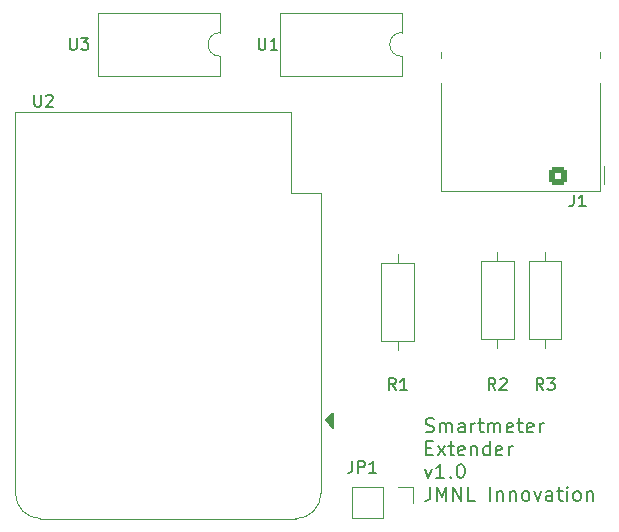
<source format=gto>
G04 #@! TF.GenerationSoftware,KiCad,Pcbnew,8.0.5*
G04 #@! TF.CreationDate,2025-01-11T16:28:32+01:00*
G04 #@! TF.ProjectId,P1_Extender,50315f45-7874-4656-9e64-65722e6b6963,rev?*
G04 #@! TF.SameCoordinates,Original*
G04 #@! TF.FileFunction,Legend,Top*
G04 #@! TF.FilePolarity,Positive*
%FSLAX46Y46*%
G04 Gerber Fmt 4.6, Leading zero omitted, Abs format (unit mm)*
G04 Created by KiCad (PCBNEW 8.0.5) date 2025-01-11 16:28:32*
%MOMM*%
%LPD*%
G01*
G04 APERTURE LIST*
G04 Aperture macros list*
%AMRoundRect*
0 Rectangle with rounded corners*
0 $1 Rounding radius*
0 $2 $3 $4 $5 $6 $7 $8 $9 X,Y pos of 4 corners*
0 Add a 4 corners polygon primitive as box body*
4,1,4,$2,$3,$4,$5,$6,$7,$8,$9,$2,$3,0*
0 Add four circle primitives for the rounded corners*
1,1,$1+$1,$2,$3*
1,1,$1+$1,$4,$5*
1,1,$1+$1,$6,$7*
1,1,$1+$1,$8,$9*
0 Add four rect primitives between the rounded corners*
20,1,$1+$1,$2,$3,$4,$5,0*
20,1,$1+$1,$4,$5,$6,$7,0*
20,1,$1+$1,$6,$7,$8,$9,0*
20,1,$1+$1,$8,$9,$2,$3,0*%
G04 Aperture macros list end*
%ADD10C,0.200000*%
%ADD11C,0.150000*%
%ADD12C,0.120000*%
%ADD13C,1.600000*%
%ADD14O,1.600000X1.600000*%
%ADD15R,1.600000X1.600000*%
%ADD16R,2.000000X2.000000*%
%ADD17O,2.000000X1.600000*%
%ADD18C,3.250000*%
%ADD19RoundRect,0.250000X0.510000X0.510000X-0.510000X0.510000X-0.510000X-0.510000X0.510000X-0.510000X0*%
%ADD20C,1.520000*%
%ADD21R,1.700000X1.700000*%
%ADD22O,1.700000X1.700000*%
G04 APERTURE END LIST*
D10*
X149360149Y-110989801D02*
X149531578Y-111046943D01*
X149531578Y-111046943D02*
X149817292Y-111046943D01*
X149817292Y-111046943D02*
X149931578Y-110989801D01*
X149931578Y-110989801D02*
X149988720Y-110932658D01*
X149988720Y-110932658D02*
X150045863Y-110818372D01*
X150045863Y-110818372D02*
X150045863Y-110704086D01*
X150045863Y-110704086D02*
X149988720Y-110589801D01*
X149988720Y-110589801D02*
X149931578Y-110532658D01*
X149931578Y-110532658D02*
X149817292Y-110475515D01*
X149817292Y-110475515D02*
X149588720Y-110418372D01*
X149588720Y-110418372D02*
X149474435Y-110361229D01*
X149474435Y-110361229D02*
X149417292Y-110304086D01*
X149417292Y-110304086D02*
X149360149Y-110189801D01*
X149360149Y-110189801D02*
X149360149Y-110075515D01*
X149360149Y-110075515D02*
X149417292Y-109961229D01*
X149417292Y-109961229D02*
X149474435Y-109904086D01*
X149474435Y-109904086D02*
X149588720Y-109846943D01*
X149588720Y-109846943D02*
X149874435Y-109846943D01*
X149874435Y-109846943D02*
X150045863Y-109904086D01*
X150560149Y-111046943D02*
X150560149Y-110246943D01*
X150560149Y-110361229D02*
X150617292Y-110304086D01*
X150617292Y-110304086D02*
X150731577Y-110246943D01*
X150731577Y-110246943D02*
X150903006Y-110246943D01*
X150903006Y-110246943D02*
X151017292Y-110304086D01*
X151017292Y-110304086D02*
X151074435Y-110418372D01*
X151074435Y-110418372D02*
X151074435Y-111046943D01*
X151074435Y-110418372D02*
X151131577Y-110304086D01*
X151131577Y-110304086D02*
X151245863Y-110246943D01*
X151245863Y-110246943D02*
X151417292Y-110246943D01*
X151417292Y-110246943D02*
X151531577Y-110304086D01*
X151531577Y-110304086D02*
X151588720Y-110418372D01*
X151588720Y-110418372D02*
X151588720Y-111046943D01*
X152674435Y-111046943D02*
X152674435Y-110418372D01*
X152674435Y-110418372D02*
X152617292Y-110304086D01*
X152617292Y-110304086D02*
X152503006Y-110246943D01*
X152503006Y-110246943D02*
X152274435Y-110246943D01*
X152274435Y-110246943D02*
X152160149Y-110304086D01*
X152674435Y-110989801D02*
X152560149Y-111046943D01*
X152560149Y-111046943D02*
X152274435Y-111046943D01*
X152274435Y-111046943D02*
X152160149Y-110989801D01*
X152160149Y-110989801D02*
X152103006Y-110875515D01*
X152103006Y-110875515D02*
X152103006Y-110761229D01*
X152103006Y-110761229D02*
X152160149Y-110646943D01*
X152160149Y-110646943D02*
X152274435Y-110589801D01*
X152274435Y-110589801D02*
X152560149Y-110589801D01*
X152560149Y-110589801D02*
X152674435Y-110532658D01*
X153245863Y-111046943D02*
X153245863Y-110246943D01*
X153245863Y-110475515D02*
X153303006Y-110361229D01*
X153303006Y-110361229D02*
X153360149Y-110304086D01*
X153360149Y-110304086D02*
X153474434Y-110246943D01*
X153474434Y-110246943D02*
X153588720Y-110246943D01*
X153817291Y-110246943D02*
X154274434Y-110246943D01*
X153988720Y-109846943D02*
X153988720Y-110875515D01*
X153988720Y-110875515D02*
X154045863Y-110989801D01*
X154045863Y-110989801D02*
X154160148Y-111046943D01*
X154160148Y-111046943D02*
X154274434Y-111046943D01*
X154674434Y-111046943D02*
X154674434Y-110246943D01*
X154674434Y-110361229D02*
X154731577Y-110304086D01*
X154731577Y-110304086D02*
X154845862Y-110246943D01*
X154845862Y-110246943D02*
X155017291Y-110246943D01*
X155017291Y-110246943D02*
X155131577Y-110304086D01*
X155131577Y-110304086D02*
X155188720Y-110418372D01*
X155188720Y-110418372D02*
X155188720Y-111046943D01*
X155188720Y-110418372D02*
X155245862Y-110304086D01*
X155245862Y-110304086D02*
X155360148Y-110246943D01*
X155360148Y-110246943D02*
X155531577Y-110246943D01*
X155531577Y-110246943D02*
X155645862Y-110304086D01*
X155645862Y-110304086D02*
X155703005Y-110418372D01*
X155703005Y-110418372D02*
X155703005Y-111046943D01*
X156731577Y-110989801D02*
X156617291Y-111046943D01*
X156617291Y-111046943D02*
X156388720Y-111046943D01*
X156388720Y-111046943D02*
X156274434Y-110989801D01*
X156274434Y-110989801D02*
X156217291Y-110875515D01*
X156217291Y-110875515D02*
X156217291Y-110418372D01*
X156217291Y-110418372D02*
X156274434Y-110304086D01*
X156274434Y-110304086D02*
X156388720Y-110246943D01*
X156388720Y-110246943D02*
X156617291Y-110246943D01*
X156617291Y-110246943D02*
X156731577Y-110304086D01*
X156731577Y-110304086D02*
X156788720Y-110418372D01*
X156788720Y-110418372D02*
X156788720Y-110532658D01*
X156788720Y-110532658D02*
X156217291Y-110646943D01*
X157131576Y-110246943D02*
X157588719Y-110246943D01*
X157303005Y-109846943D02*
X157303005Y-110875515D01*
X157303005Y-110875515D02*
X157360148Y-110989801D01*
X157360148Y-110989801D02*
X157474433Y-111046943D01*
X157474433Y-111046943D02*
X157588719Y-111046943D01*
X158445862Y-110989801D02*
X158331576Y-111046943D01*
X158331576Y-111046943D02*
X158103005Y-111046943D01*
X158103005Y-111046943D02*
X157988719Y-110989801D01*
X157988719Y-110989801D02*
X157931576Y-110875515D01*
X157931576Y-110875515D02*
X157931576Y-110418372D01*
X157931576Y-110418372D02*
X157988719Y-110304086D01*
X157988719Y-110304086D02*
X158103005Y-110246943D01*
X158103005Y-110246943D02*
X158331576Y-110246943D01*
X158331576Y-110246943D02*
X158445862Y-110304086D01*
X158445862Y-110304086D02*
X158503005Y-110418372D01*
X158503005Y-110418372D02*
X158503005Y-110532658D01*
X158503005Y-110532658D02*
X157931576Y-110646943D01*
X159017290Y-111046943D02*
X159017290Y-110246943D01*
X159017290Y-110475515D02*
X159074433Y-110361229D01*
X159074433Y-110361229D02*
X159131576Y-110304086D01*
X159131576Y-110304086D02*
X159245861Y-110246943D01*
X159245861Y-110246943D02*
X159360147Y-110246943D01*
X149417292Y-112350305D02*
X149817292Y-112350305D01*
X149988720Y-112978876D02*
X149417292Y-112978876D01*
X149417292Y-112978876D02*
X149417292Y-111778876D01*
X149417292Y-111778876D02*
X149988720Y-111778876D01*
X150388720Y-112978876D02*
X151017292Y-112178876D01*
X150388720Y-112178876D02*
X151017292Y-112978876D01*
X151303006Y-112178876D02*
X151760149Y-112178876D01*
X151474435Y-111778876D02*
X151474435Y-112807448D01*
X151474435Y-112807448D02*
X151531578Y-112921734D01*
X151531578Y-112921734D02*
X151645863Y-112978876D01*
X151645863Y-112978876D02*
X151760149Y-112978876D01*
X152617292Y-112921734D02*
X152503006Y-112978876D01*
X152503006Y-112978876D02*
X152274435Y-112978876D01*
X152274435Y-112978876D02*
X152160149Y-112921734D01*
X152160149Y-112921734D02*
X152103006Y-112807448D01*
X152103006Y-112807448D02*
X152103006Y-112350305D01*
X152103006Y-112350305D02*
X152160149Y-112236019D01*
X152160149Y-112236019D02*
X152274435Y-112178876D01*
X152274435Y-112178876D02*
X152503006Y-112178876D01*
X152503006Y-112178876D02*
X152617292Y-112236019D01*
X152617292Y-112236019D02*
X152674435Y-112350305D01*
X152674435Y-112350305D02*
X152674435Y-112464591D01*
X152674435Y-112464591D02*
X152103006Y-112578876D01*
X153188720Y-112178876D02*
X153188720Y-112978876D01*
X153188720Y-112293162D02*
X153245863Y-112236019D01*
X153245863Y-112236019D02*
X153360148Y-112178876D01*
X153360148Y-112178876D02*
X153531577Y-112178876D01*
X153531577Y-112178876D02*
X153645863Y-112236019D01*
X153645863Y-112236019D02*
X153703006Y-112350305D01*
X153703006Y-112350305D02*
X153703006Y-112978876D01*
X154788720Y-112978876D02*
X154788720Y-111778876D01*
X154788720Y-112921734D02*
X154674434Y-112978876D01*
X154674434Y-112978876D02*
X154445862Y-112978876D01*
X154445862Y-112978876D02*
X154331577Y-112921734D01*
X154331577Y-112921734D02*
X154274434Y-112864591D01*
X154274434Y-112864591D02*
X154217291Y-112750305D01*
X154217291Y-112750305D02*
X154217291Y-112407448D01*
X154217291Y-112407448D02*
X154274434Y-112293162D01*
X154274434Y-112293162D02*
X154331577Y-112236019D01*
X154331577Y-112236019D02*
X154445862Y-112178876D01*
X154445862Y-112178876D02*
X154674434Y-112178876D01*
X154674434Y-112178876D02*
X154788720Y-112236019D01*
X155817291Y-112921734D02*
X155703005Y-112978876D01*
X155703005Y-112978876D02*
X155474434Y-112978876D01*
X155474434Y-112978876D02*
X155360148Y-112921734D01*
X155360148Y-112921734D02*
X155303005Y-112807448D01*
X155303005Y-112807448D02*
X155303005Y-112350305D01*
X155303005Y-112350305D02*
X155360148Y-112236019D01*
X155360148Y-112236019D02*
X155474434Y-112178876D01*
X155474434Y-112178876D02*
X155703005Y-112178876D01*
X155703005Y-112178876D02*
X155817291Y-112236019D01*
X155817291Y-112236019D02*
X155874434Y-112350305D01*
X155874434Y-112350305D02*
X155874434Y-112464591D01*
X155874434Y-112464591D02*
X155303005Y-112578876D01*
X156388719Y-112978876D02*
X156388719Y-112178876D01*
X156388719Y-112407448D02*
X156445862Y-112293162D01*
X156445862Y-112293162D02*
X156503005Y-112236019D01*
X156503005Y-112236019D02*
X156617290Y-112178876D01*
X156617290Y-112178876D02*
X156731576Y-112178876D01*
X149303006Y-114110809D02*
X149588720Y-114910809D01*
X149588720Y-114910809D02*
X149874435Y-114110809D01*
X150960149Y-114910809D02*
X150274435Y-114910809D01*
X150617292Y-114910809D02*
X150617292Y-113710809D01*
X150617292Y-113710809D02*
X150503006Y-113882238D01*
X150503006Y-113882238D02*
X150388721Y-113996524D01*
X150388721Y-113996524D02*
X150274435Y-114053667D01*
X151474435Y-114796524D02*
X151531578Y-114853667D01*
X151531578Y-114853667D02*
X151474435Y-114910809D01*
X151474435Y-114910809D02*
X151417292Y-114853667D01*
X151417292Y-114853667D02*
X151474435Y-114796524D01*
X151474435Y-114796524D02*
X151474435Y-114910809D01*
X152274435Y-113710809D02*
X152388721Y-113710809D01*
X152388721Y-113710809D02*
X152503007Y-113767952D01*
X152503007Y-113767952D02*
X152560150Y-113825095D01*
X152560150Y-113825095D02*
X152617292Y-113939381D01*
X152617292Y-113939381D02*
X152674435Y-114167952D01*
X152674435Y-114167952D02*
X152674435Y-114453667D01*
X152674435Y-114453667D02*
X152617292Y-114682238D01*
X152617292Y-114682238D02*
X152560150Y-114796524D01*
X152560150Y-114796524D02*
X152503007Y-114853667D01*
X152503007Y-114853667D02*
X152388721Y-114910809D01*
X152388721Y-114910809D02*
X152274435Y-114910809D01*
X152274435Y-114910809D02*
X152160150Y-114853667D01*
X152160150Y-114853667D02*
X152103007Y-114796524D01*
X152103007Y-114796524D02*
X152045864Y-114682238D01*
X152045864Y-114682238D02*
X151988721Y-114453667D01*
X151988721Y-114453667D02*
X151988721Y-114167952D01*
X151988721Y-114167952D02*
X152045864Y-113939381D01*
X152045864Y-113939381D02*
X152103007Y-113825095D01*
X152103007Y-113825095D02*
X152160150Y-113767952D01*
X152160150Y-113767952D02*
X152274435Y-113710809D01*
X149760149Y-115642742D02*
X149760149Y-116499885D01*
X149760149Y-116499885D02*
X149703006Y-116671314D01*
X149703006Y-116671314D02*
X149588720Y-116785600D01*
X149588720Y-116785600D02*
X149417292Y-116842742D01*
X149417292Y-116842742D02*
X149303006Y-116842742D01*
X150331578Y-116842742D02*
X150331578Y-115642742D01*
X150331578Y-115642742D02*
X150731578Y-116499885D01*
X150731578Y-116499885D02*
X151131578Y-115642742D01*
X151131578Y-115642742D02*
X151131578Y-116842742D01*
X151703007Y-116842742D02*
X151703007Y-115642742D01*
X151703007Y-115642742D02*
X152388721Y-116842742D01*
X152388721Y-116842742D02*
X152388721Y-115642742D01*
X153531578Y-116842742D02*
X152960150Y-116842742D01*
X152960150Y-116842742D02*
X152960150Y-115642742D01*
X154845865Y-116842742D02*
X154845865Y-115642742D01*
X155417294Y-116042742D02*
X155417294Y-116842742D01*
X155417294Y-116157028D02*
X155474437Y-116099885D01*
X155474437Y-116099885D02*
X155588722Y-116042742D01*
X155588722Y-116042742D02*
X155760151Y-116042742D01*
X155760151Y-116042742D02*
X155874437Y-116099885D01*
X155874437Y-116099885D02*
X155931580Y-116214171D01*
X155931580Y-116214171D02*
X155931580Y-116842742D01*
X156503008Y-116042742D02*
X156503008Y-116842742D01*
X156503008Y-116157028D02*
X156560151Y-116099885D01*
X156560151Y-116099885D02*
X156674436Y-116042742D01*
X156674436Y-116042742D02*
X156845865Y-116042742D01*
X156845865Y-116042742D02*
X156960151Y-116099885D01*
X156960151Y-116099885D02*
X157017294Y-116214171D01*
X157017294Y-116214171D02*
X157017294Y-116842742D01*
X157760150Y-116842742D02*
X157645865Y-116785600D01*
X157645865Y-116785600D02*
X157588722Y-116728457D01*
X157588722Y-116728457D02*
X157531579Y-116614171D01*
X157531579Y-116614171D02*
X157531579Y-116271314D01*
X157531579Y-116271314D02*
X157588722Y-116157028D01*
X157588722Y-116157028D02*
X157645865Y-116099885D01*
X157645865Y-116099885D02*
X157760150Y-116042742D01*
X157760150Y-116042742D02*
X157931579Y-116042742D01*
X157931579Y-116042742D02*
X158045865Y-116099885D01*
X158045865Y-116099885D02*
X158103008Y-116157028D01*
X158103008Y-116157028D02*
X158160150Y-116271314D01*
X158160150Y-116271314D02*
X158160150Y-116614171D01*
X158160150Y-116614171D02*
X158103008Y-116728457D01*
X158103008Y-116728457D02*
X158045865Y-116785600D01*
X158045865Y-116785600D02*
X157931579Y-116842742D01*
X157931579Y-116842742D02*
X157760150Y-116842742D01*
X158560150Y-116042742D02*
X158845864Y-116842742D01*
X158845864Y-116842742D02*
X159131579Y-116042742D01*
X160103008Y-116842742D02*
X160103008Y-116214171D01*
X160103008Y-116214171D02*
X160045865Y-116099885D01*
X160045865Y-116099885D02*
X159931579Y-116042742D01*
X159931579Y-116042742D02*
X159703008Y-116042742D01*
X159703008Y-116042742D02*
X159588722Y-116099885D01*
X160103008Y-116785600D02*
X159988722Y-116842742D01*
X159988722Y-116842742D02*
X159703008Y-116842742D01*
X159703008Y-116842742D02*
X159588722Y-116785600D01*
X159588722Y-116785600D02*
X159531579Y-116671314D01*
X159531579Y-116671314D02*
X159531579Y-116557028D01*
X159531579Y-116557028D02*
X159588722Y-116442742D01*
X159588722Y-116442742D02*
X159703008Y-116385600D01*
X159703008Y-116385600D02*
X159988722Y-116385600D01*
X159988722Y-116385600D02*
X160103008Y-116328457D01*
X160503007Y-116042742D02*
X160960150Y-116042742D01*
X160674436Y-115642742D02*
X160674436Y-116671314D01*
X160674436Y-116671314D02*
X160731579Y-116785600D01*
X160731579Y-116785600D02*
X160845864Y-116842742D01*
X160845864Y-116842742D02*
X160960150Y-116842742D01*
X161360150Y-116842742D02*
X161360150Y-116042742D01*
X161360150Y-115642742D02*
X161303007Y-115699885D01*
X161303007Y-115699885D02*
X161360150Y-115757028D01*
X161360150Y-115757028D02*
X161417293Y-115699885D01*
X161417293Y-115699885D02*
X161360150Y-115642742D01*
X161360150Y-115642742D02*
X161360150Y-115757028D01*
X162103007Y-116842742D02*
X161988722Y-116785600D01*
X161988722Y-116785600D02*
X161931579Y-116728457D01*
X161931579Y-116728457D02*
X161874436Y-116614171D01*
X161874436Y-116614171D02*
X161874436Y-116271314D01*
X161874436Y-116271314D02*
X161931579Y-116157028D01*
X161931579Y-116157028D02*
X161988722Y-116099885D01*
X161988722Y-116099885D02*
X162103007Y-116042742D01*
X162103007Y-116042742D02*
X162274436Y-116042742D01*
X162274436Y-116042742D02*
X162388722Y-116099885D01*
X162388722Y-116099885D02*
X162445865Y-116157028D01*
X162445865Y-116157028D02*
X162503007Y-116271314D01*
X162503007Y-116271314D02*
X162503007Y-116614171D01*
X162503007Y-116614171D02*
X162445865Y-116728457D01*
X162445865Y-116728457D02*
X162388722Y-116785600D01*
X162388722Y-116785600D02*
X162274436Y-116842742D01*
X162274436Y-116842742D02*
X162103007Y-116842742D01*
X163017293Y-116042742D02*
X163017293Y-116842742D01*
X163017293Y-116157028D02*
X163074436Y-116099885D01*
X163074436Y-116099885D02*
X163188721Y-116042742D01*
X163188721Y-116042742D02*
X163360150Y-116042742D01*
X163360150Y-116042742D02*
X163474436Y-116099885D01*
X163474436Y-116099885D02*
X163531579Y-116214171D01*
X163531579Y-116214171D02*
X163531579Y-116842742D01*
D11*
X146833333Y-107454819D02*
X146500000Y-106978628D01*
X146261905Y-107454819D02*
X146261905Y-106454819D01*
X146261905Y-106454819D02*
X146642857Y-106454819D01*
X146642857Y-106454819D02*
X146738095Y-106502438D01*
X146738095Y-106502438D02*
X146785714Y-106550057D01*
X146785714Y-106550057D02*
X146833333Y-106645295D01*
X146833333Y-106645295D02*
X146833333Y-106788152D01*
X146833333Y-106788152D02*
X146785714Y-106883390D01*
X146785714Y-106883390D02*
X146738095Y-106931009D01*
X146738095Y-106931009D02*
X146642857Y-106978628D01*
X146642857Y-106978628D02*
X146261905Y-106978628D01*
X147785714Y-107454819D02*
X147214286Y-107454819D01*
X147500000Y-107454819D02*
X147500000Y-106454819D01*
X147500000Y-106454819D02*
X147404762Y-106597676D01*
X147404762Y-106597676D02*
X147309524Y-106692914D01*
X147309524Y-106692914D02*
X147214286Y-106740533D01*
X159333333Y-107454819D02*
X159000000Y-106978628D01*
X158761905Y-107454819D02*
X158761905Y-106454819D01*
X158761905Y-106454819D02*
X159142857Y-106454819D01*
X159142857Y-106454819D02*
X159238095Y-106502438D01*
X159238095Y-106502438D02*
X159285714Y-106550057D01*
X159285714Y-106550057D02*
X159333333Y-106645295D01*
X159333333Y-106645295D02*
X159333333Y-106788152D01*
X159333333Y-106788152D02*
X159285714Y-106883390D01*
X159285714Y-106883390D02*
X159238095Y-106931009D01*
X159238095Y-106931009D02*
X159142857Y-106978628D01*
X159142857Y-106978628D02*
X158761905Y-106978628D01*
X159666667Y-106454819D02*
X160285714Y-106454819D01*
X160285714Y-106454819D02*
X159952381Y-106835771D01*
X159952381Y-106835771D02*
X160095238Y-106835771D01*
X160095238Y-106835771D02*
X160190476Y-106883390D01*
X160190476Y-106883390D02*
X160238095Y-106931009D01*
X160238095Y-106931009D02*
X160285714Y-107026247D01*
X160285714Y-107026247D02*
X160285714Y-107264342D01*
X160285714Y-107264342D02*
X160238095Y-107359580D01*
X160238095Y-107359580D02*
X160190476Y-107407200D01*
X160190476Y-107407200D02*
X160095238Y-107454819D01*
X160095238Y-107454819D02*
X159809524Y-107454819D01*
X159809524Y-107454819D02*
X159714286Y-107407200D01*
X159714286Y-107407200D02*
X159666667Y-107359580D01*
X135238095Y-77644819D02*
X135238095Y-78454342D01*
X135238095Y-78454342D02*
X135285714Y-78549580D01*
X135285714Y-78549580D02*
X135333333Y-78597200D01*
X135333333Y-78597200D02*
X135428571Y-78644819D01*
X135428571Y-78644819D02*
X135619047Y-78644819D01*
X135619047Y-78644819D02*
X135714285Y-78597200D01*
X135714285Y-78597200D02*
X135761904Y-78549580D01*
X135761904Y-78549580D02*
X135809523Y-78454342D01*
X135809523Y-78454342D02*
X135809523Y-77644819D01*
X136809523Y-78644819D02*
X136238095Y-78644819D01*
X136523809Y-78644819D02*
X136523809Y-77644819D01*
X136523809Y-77644819D02*
X136428571Y-77787676D01*
X136428571Y-77787676D02*
X136333333Y-77882914D01*
X136333333Y-77882914D02*
X136238095Y-77930533D01*
X155283333Y-107454819D02*
X154950000Y-106978628D01*
X154711905Y-107454819D02*
X154711905Y-106454819D01*
X154711905Y-106454819D02*
X155092857Y-106454819D01*
X155092857Y-106454819D02*
X155188095Y-106502438D01*
X155188095Y-106502438D02*
X155235714Y-106550057D01*
X155235714Y-106550057D02*
X155283333Y-106645295D01*
X155283333Y-106645295D02*
X155283333Y-106788152D01*
X155283333Y-106788152D02*
X155235714Y-106883390D01*
X155235714Y-106883390D02*
X155188095Y-106931009D01*
X155188095Y-106931009D02*
X155092857Y-106978628D01*
X155092857Y-106978628D02*
X154711905Y-106978628D01*
X155664286Y-106550057D02*
X155711905Y-106502438D01*
X155711905Y-106502438D02*
X155807143Y-106454819D01*
X155807143Y-106454819D02*
X156045238Y-106454819D01*
X156045238Y-106454819D02*
X156140476Y-106502438D01*
X156140476Y-106502438D02*
X156188095Y-106550057D01*
X156188095Y-106550057D02*
X156235714Y-106645295D01*
X156235714Y-106645295D02*
X156235714Y-106740533D01*
X156235714Y-106740533D02*
X156188095Y-106883390D01*
X156188095Y-106883390D02*
X155616667Y-107454819D01*
X155616667Y-107454819D02*
X156235714Y-107454819D01*
X116238095Y-82454819D02*
X116238095Y-83264342D01*
X116238095Y-83264342D02*
X116285714Y-83359580D01*
X116285714Y-83359580D02*
X116333333Y-83407200D01*
X116333333Y-83407200D02*
X116428571Y-83454819D01*
X116428571Y-83454819D02*
X116619047Y-83454819D01*
X116619047Y-83454819D02*
X116714285Y-83407200D01*
X116714285Y-83407200D02*
X116761904Y-83359580D01*
X116761904Y-83359580D02*
X116809523Y-83264342D01*
X116809523Y-83264342D02*
X116809523Y-82454819D01*
X117238095Y-82550057D02*
X117285714Y-82502438D01*
X117285714Y-82502438D02*
X117380952Y-82454819D01*
X117380952Y-82454819D02*
X117619047Y-82454819D01*
X117619047Y-82454819D02*
X117714285Y-82502438D01*
X117714285Y-82502438D02*
X117761904Y-82550057D01*
X117761904Y-82550057D02*
X117809523Y-82645295D01*
X117809523Y-82645295D02*
X117809523Y-82740533D01*
X117809523Y-82740533D02*
X117761904Y-82883390D01*
X117761904Y-82883390D02*
X117190476Y-83454819D01*
X117190476Y-83454819D02*
X117809523Y-83454819D01*
X119238095Y-77644819D02*
X119238095Y-78454342D01*
X119238095Y-78454342D02*
X119285714Y-78549580D01*
X119285714Y-78549580D02*
X119333333Y-78597200D01*
X119333333Y-78597200D02*
X119428571Y-78644819D01*
X119428571Y-78644819D02*
X119619047Y-78644819D01*
X119619047Y-78644819D02*
X119714285Y-78597200D01*
X119714285Y-78597200D02*
X119761904Y-78549580D01*
X119761904Y-78549580D02*
X119809523Y-78454342D01*
X119809523Y-78454342D02*
X119809523Y-77644819D01*
X120190476Y-77644819D02*
X120809523Y-77644819D01*
X120809523Y-77644819D02*
X120476190Y-78025771D01*
X120476190Y-78025771D02*
X120619047Y-78025771D01*
X120619047Y-78025771D02*
X120714285Y-78073390D01*
X120714285Y-78073390D02*
X120761904Y-78121009D01*
X120761904Y-78121009D02*
X120809523Y-78216247D01*
X120809523Y-78216247D02*
X120809523Y-78454342D01*
X120809523Y-78454342D02*
X120761904Y-78549580D01*
X120761904Y-78549580D02*
X120714285Y-78597200D01*
X120714285Y-78597200D02*
X120619047Y-78644819D01*
X120619047Y-78644819D02*
X120333333Y-78644819D01*
X120333333Y-78644819D02*
X120238095Y-78597200D01*
X120238095Y-78597200D02*
X120190476Y-78549580D01*
X161926666Y-90904819D02*
X161926666Y-91619104D01*
X161926666Y-91619104D02*
X161879047Y-91761961D01*
X161879047Y-91761961D02*
X161783809Y-91857200D01*
X161783809Y-91857200D02*
X161640952Y-91904819D01*
X161640952Y-91904819D02*
X161545714Y-91904819D01*
X162926666Y-91904819D02*
X162355238Y-91904819D01*
X162640952Y-91904819D02*
X162640952Y-90904819D01*
X162640952Y-90904819D02*
X162545714Y-91047676D01*
X162545714Y-91047676D02*
X162450476Y-91142914D01*
X162450476Y-91142914D02*
X162355238Y-91190533D01*
X143166666Y-113454819D02*
X143166666Y-114169104D01*
X143166666Y-114169104D02*
X143119047Y-114311961D01*
X143119047Y-114311961D02*
X143023809Y-114407200D01*
X143023809Y-114407200D02*
X142880952Y-114454819D01*
X142880952Y-114454819D02*
X142785714Y-114454819D01*
X143642857Y-114454819D02*
X143642857Y-113454819D01*
X143642857Y-113454819D02*
X144023809Y-113454819D01*
X144023809Y-113454819D02*
X144119047Y-113502438D01*
X144119047Y-113502438D02*
X144166666Y-113550057D01*
X144166666Y-113550057D02*
X144214285Y-113645295D01*
X144214285Y-113645295D02*
X144214285Y-113788152D01*
X144214285Y-113788152D02*
X144166666Y-113883390D01*
X144166666Y-113883390D02*
X144119047Y-113931009D01*
X144119047Y-113931009D02*
X144023809Y-113978628D01*
X144023809Y-113978628D02*
X143642857Y-113978628D01*
X145166666Y-114454819D02*
X144595238Y-114454819D01*
X144880952Y-114454819D02*
X144880952Y-113454819D01*
X144880952Y-113454819D02*
X144785714Y-113597676D01*
X144785714Y-113597676D02*
X144690476Y-113692914D01*
X144690476Y-113692914D02*
X144595238Y-113740533D01*
D12*
X145630000Y-96730000D02*
X145630000Y-103270000D01*
X145630000Y-103270000D02*
X148370000Y-103270000D01*
X147000000Y-95960000D02*
X147000000Y-96730000D01*
X147000000Y-104040000D02*
X147000000Y-103270000D01*
X148370000Y-96730000D02*
X145630000Y-96730000D01*
X148370000Y-103270000D02*
X148370000Y-96730000D01*
X158130000Y-96560000D02*
X158130000Y-103100000D01*
X158130000Y-103100000D02*
X160870000Y-103100000D01*
X159500000Y-95790000D02*
X159500000Y-96560000D01*
X159500000Y-103870000D02*
X159500000Y-103100000D01*
X160870000Y-96560000D02*
X158130000Y-96560000D01*
X160870000Y-103100000D02*
X160870000Y-96560000D01*
X137050000Y-75540000D02*
X137050000Y-80840000D01*
X137050000Y-80840000D02*
X147330000Y-80840000D01*
X147330000Y-75540000D02*
X137050000Y-75540000D01*
X147330000Y-77190000D02*
X147330000Y-75540000D01*
X147330000Y-80840000D02*
X147330000Y-79190000D01*
X147330000Y-79190000D02*
G75*
G02*
X147330000Y-77190000I0J1000000D01*
G01*
X154080000Y-96560000D02*
X154080000Y-103100000D01*
X154080000Y-103100000D02*
X156820000Y-103100000D01*
X155450000Y-95790000D02*
X155450000Y-96560000D01*
X155450000Y-103870000D02*
X155450000Y-103100000D01*
X156820000Y-96560000D02*
X154080000Y-96560000D01*
X156820000Y-103100000D02*
X156820000Y-96560000D01*
X114640000Y-83880000D02*
X114640000Y-116210000D01*
X116760000Y-118340000D02*
X138370000Y-118340000D01*
X137960000Y-83880000D02*
X114640000Y-83880000D01*
X137960000Y-90780000D02*
X137960000Y-83880000D01*
X140500000Y-90780000D02*
X137960000Y-90780000D01*
X140500000Y-90780000D02*
X140500000Y-116210000D01*
X116770000Y-118340000D02*
G75*
G02*
X114640000Y-116210000I0J2130000D01*
G01*
X140500000Y-116210000D02*
G75*
G02*
X138370000Y-118340000I-2130002J2D01*
G01*
D11*
X141540000Y-110635000D02*
X140905000Y-110000000D01*
X141540000Y-109365000D01*
X141540000Y-110635000D01*
G36*
X141540000Y-110635000D02*
G01*
X140905000Y-110000000D01*
X141540000Y-109365000D01*
X141540000Y-110635000D01*
G37*
D12*
X121670000Y-75540000D02*
X121670000Y-80840000D01*
X121670000Y-80840000D02*
X131950000Y-80840000D01*
X131950000Y-75540000D02*
X121670000Y-75540000D01*
X131950000Y-77190000D02*
X131950000Y-75540000D01*
X131950000Y-80840000D02*
X131950000Y-79190000D01*
X131950000Y-79190000D02*
G75*
G02*
X131950000Y-77190000I0J1000000D01*
G01*
X150710000Y-78840000D02*
X150710000Y-79300000D01*
X150710000Y-90630000D02*
X150710000Y-81500000D01*
X164130000Y-78840000D02*
X164130000Y-79300000D01*
X164130000Y-81500000D02*
X164130000Y-90630000D01*
X164130000Y-90630000D02*
X150710000Y-90630000D01*
X164440000Y-88520000D02*
X164440000Y-90050000D01*
X143130000Y-115670000D02*
X143130000Y-118330000D01*
X145730000Y-115670000D02*
X143130000Y-115670000D01*
X145730000Y-115670000D02*
X145730000Y-118330000D01*
X145730000Y-118330000D02*
X143130000Y-118330000D01*
X147000000Y-115670000D02*
X148330000Y-115670000D01*
X148330000Y-115670000D02*
X148330000Y-117000000D01*
%LPC*%
D13*
X147000000Y-105080000D03*
D14*
X147000000Y-94920000D03*
D13*
X159500000Y-104910000D03*
D14*
X159500000Y-94750000D03*
D15*
X146000000Y-74380000D03*
D14*
X143460000Y-74380000D03*
X140920000Y-74380000D03*
X138380000Y-74380000D03*
X138380000Y-82000000D03*
X140920000Y-82000000D03*
X143460000Y-82000000D03*
X146000000Y-82000000D03*
D13*
X155450000Y-104910000D03*
D14*
X155450000Y-94750000D03*
D16*
X139000000Y-110000000D03*
D17*
X139000000Y-107460000D03*
X139000000Y-104920000D03*
X139000000Y-102380000D03*
X139000000Y-99840000D03*
X139000000Y-97300000D03*
X139000000Y-94760000D03*
X139000000Y-92220000D03*
X116140000Y-92220000D03*
X116140000Y-94760000D03*
X116140000Y-97300000D03*
X116140000Y-99840000D03*
X116140000Y-102380000D03*
X116140000Y-104920000D03*
X116140000Y-107460000D03*
X116140000Y-110000000D03*
D15*
X130620000Y-74380000D03*
D14*
X128080000Y-74380000D03*
X125540000Y-74380000D03*
X123000000Y-74380000D03*
X123000000Y-82000000D03*
X125540000Y-82000000D03*
X128080000Y-82000000D03*
X130620000Y-82000000D03*
D18*
X162500000Y-80400000D03*
X152340000Y-80400000D03*
D19*
X160600000Y-89290000D03*
D20*
X159330000Y-86750000D03*
X158060000Y-89290000D03*
X156790000Y-86750000D03*
X155520000Y-89290000D03*
X154250000Y-86750000D03*
D21*
X147000000Y-117000000D03*
D22*
X144460000Y-117000000D03*
%LPD*%
M02*

</source>
